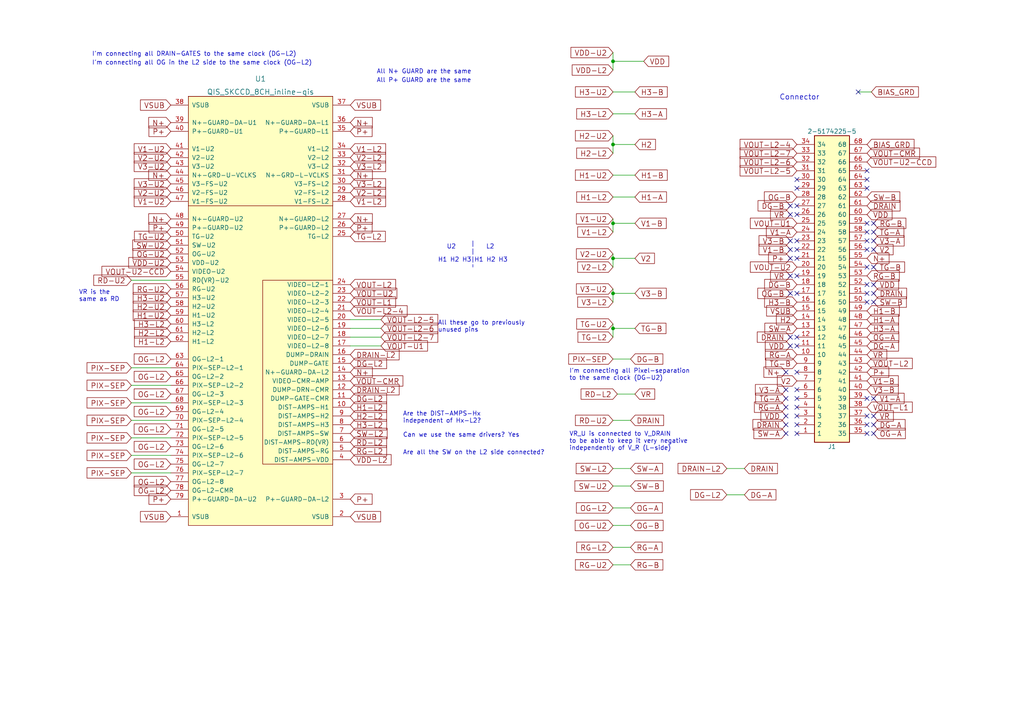
<source format=kicad_sch>
(kicad_sch (version 20211123) (generator eeschema)
  (paper "A4")
  (lib_symbols
    (symbol "pitchA_flex-rescue:2-5174225-5" (pin_names (offset 0.762))
      (property "Reference" "J" (at 10.16 3.81 0))
      (property "Value" "pitchA_flex-rescue_2-5174225-5" (at 10.16 -87.63 0))
      (symbol "2-5174225-5_0_0"
        (rectangle (start 5.08 2.54) (end 15.24 -86.36) (stroke (width 0.254)) (fill (type background)))
        (pin unspecified line (at 0 0 0) (length 5.08) (name "1") (number "1"))
        (pin unspecified line (at 0 -22.86 0) (length 5.08) (name "10") (number "10"))
        (pin unspecified line (at 0 -25.4 0) (length 5.08) (name "11") (number "11"))
        (pin unspecified line (at 0 -27.94 0) (length 5.08) (name "12") (number "12"))
        (pin unspecified line (at 0 -30.48 0) (length 5.08) (name "13") (number "13"))
        (pin unspecified line (at 0 -33.02 0) (length 5.08) (name "14") (number "14"))
        (pin unspecified line (at 0 -35.56 0) (length 5.08) (name "15") (number "15"))
        (pin unspecified line (at 0 -38.1 0) (length 5.08) (name "16") (number "16"))
        (pin unspecified line (at 0 -40.64 0) (length 5.08) (name "17") (number "17"))
        (pin unspecified line (at 0 -43.18 0) (length 5.08) (name "18") (number "18"))
        (pin unspecified line (at 0 -45.72 0) (length 5.08) (name "19") (number "19"))
        (pin unspecified line (at 0 -2.54 0) (length 5.08) (name "2") (number "2"))
        (pin unspecified line (at 0 -48.26 0) (length 5.08) (name "20") (number "20"))
        (pin unspecified line (at 0 -50.8 0) (length 5.08) (name "21") (number "21"))
        (pin unspecified line (at 0 -53.34 0) (length 5.08) (name "22") (number "22"))
        (pin unspecified line (at 0 -55.88 0) (length 5.08) (name "23") (number "23"))
        (pin unspecified line (at 0 -58.42 0) (length 5.08) (name "24") (number "24"))
        (pin unspecified line (at 0 -60.96 0) (length 5.08) (name "25") (number "25"))
        (pin unspecified line (at 0 -63.5 0) (length 5.08) (name "26") (number "26"))
        (pin unspecified line (at 0 -66.04 0) (length 5.08) (name "27") (number "27"))
        (pin unspecified line (at 0 -68.58 0) (length 5.08) (name "28") (number "28"))
        (pin unspecified line (at 0 -71.12 0) (length 5.08) (name "29") (number "29"))
        (pin unspecified line (at 0 -5.08 0) (length 5.08) (name "3") (number "3"))
        (pin unspecified line (at 0 -73.66 0) (length 5.08) (name "30") (number "30"))
        (pin unspecified line (at 0 -76.2 0) (length 5.08) (name "31") (number "31"))
        (pin unspecified line (at 0 -78.74 0) (length 5.08) (name "32") (number "32"))
        (pin unspecified line (at 0 -81.28 0) (length 5.08) (name "33") (number "33"))
        (pin unspecified line (at 0 -83.82 0) (length 5.08) (name "34") (number "34"))
        (pin unspecified line (at 20.32 0 180) (length 5.08) (name "35") (number "35"))
        (pin unspecified line (at 20.32 -2.54 180) (length 5.08) (name "36") (number "36"))
        (pin unspecified line (at 20.32 -5.08 180) (length 5.08) (name "37") (number "37"))
        (pin unspecified line (at 20.32 -7.62 180) (length 5.08) (name "38") (number "38"))
        (pin unspecified line (at 20.32 -10.16 180) (length 5.08) (name "39") (number "39"))
        (pin unspecified line (at 0 -7.62 0) (length 5.08) (name "4") (number "4"))
        (pin unspecified line (at 20.32 -12.7 180) (length 5.08) (name "40") (number "40"))
        (pin unspecified line (at 20.32 -15.24 180) (length 5.08) (name "41") (number "41"))
        (pin unspecified line (at 20.32 -17.78 180) (length 5.08) (name "42") (number "42"))
        (pin unspecified line (at 20.32 -20.32 180) (length 5.08) (name "43") (number "43"))
        (pin unspecified line (at 20.32 -22.86 180) (length 5.08) (name "44") (number "44"))
        (pin unspecified line (at 20.32 -25.4 180) (length 5.08) (name "45") (number "45"))
        (pin unspecified line (at 20.32 -27.94 180) (length 5.08) (name "46") (number "46"))
        (pin unspecified line (at 20.32 -30.48 180) (length 5.08) (name "47") (number "47"))
        (pin unspecified line (at 20.32 -33.02 180) (length 5.08) (name "48") (number "48"))
        (pin unspecified line (at 20.32 -35.56 180) (length 5.08) (name "49") (number "49"))
        (pin unspecified line (at 0 -10.16 0) (length 5.08) (name "5") (number "5"))
        (pin unspecified line (at 20.32 -38.1 180) (length 5.08) (name "50") (number "50"))
        (pin unspecified line (at 20.32 -40.64 180) (length 5.08) (name "51") (number "51"))
        (pin unspecified line (at 20.32 -43.18 180) (length 5.08) (name "52") (number "52"))
        (pin unspecified line (at 20.32 -45.72 180) (length 5.08) (name "53") (number "53"))
        (pin unspecified line (at 20.32 -48.26 180) (length 5.08) (name "54") (number "54"))
        (pin unspecified line (at 20.32 -50.8 180) (length 5.08) (name "55") (number "55"))
        (pin unspecified line (at 20.32 -53.34 180) (length 5.08) (name "56") (number "56"))
        (pin unspecified line (at 20.32 -55.88 180) (length 5.08) (name "57") (number "57"))
        (pin unspecified line (at 20.32 -58.42 180) (length 5.08) (name "58") (number "58"))
        (pin unspecified line (at 20.32 -60.96 180) (length 5.08) (name "59") (number "59"))
        (pin unspecified line (at 0 -12.7 0) (length 5.08) (name "6") (number "6"))
        (pin unspecified line (at 20.32 -63.5 180) (length 5.08) (name "60") (number "60"))
        (pin unspecified line (at 20.32 -66.04 180) (length 5.08) (name "61") (number "61"))
        (pin unspecified line (at 20.32 -68.58 180) (length 5.08) (name "62") (number "62"))
        (pin unspecified line (at 20.32 -71.12 180) (length 5.08) (name "63") (number "63"))
        (pin unspecified line (at 20.32 -73.66 180) (length 5.08) (name "64") (number "64"))
        (pin unspecified line (at 20.32 -76.2 180) (length 5.08) (name "65") (number "65"))
        (pin unspecified line (at 20.32 -78.74 180) (length 5.08) (name "66") (number "66"))
        (pin unspecified line (at 20.32 -81.28 180) (length 5.08) (name "67") (number "67"))
        (pin unspecified line (at 20.32 -83.82 180) (length 5.08) (name "68") (number "68"))
        (pin unspecified line (at 0 -15.24 0) (length 5.08) (name "7") (number "7"))
        (pin unspecified line (at 0 -17.78 0) (length 5.08) (name "8") (number "8"))
        (pin unspecified line (at 0 -20.32 0) (length 5.08) (name "9") (number "9"))
      )
    )
    (symbol "skLib:QIS_SKCCD_8CH_inline-qis" (pin_names (offset 1.016))
      (property "Reference" "U" (at -1.27 -58.42 0))
      (property "Value" "QIS_SKCCD_8CH_inline-qis" (at 12.7 -53.34 0))
      (symbol "QIS_SKCCD_8CH_inline-qis_1_1"
        (rectangle (start -19.05 73.66) (end 22.86 -50.8) (fill (type background)))
        (rectangle (start -19.05 73.66) (end 22.86 41.91))
        (rectangle (start 22.86 -33.02) (end 2.54 20.32))
        (pin bidirectional line (at -24.13 -48.26 0) (length 5.08) (name "VSUB") (number "1"))
        (pin bidirectional line (at 27.94 -16.51 180) (length 5.08) (name "DIST-AMPS-H1") (number "10"))
        (pin bidirectional line (at 27.94 -13.97 180) (length 5.08) (name "DUMP-GATE-CMR") (number "11"))
        (pin bidirectional line (at 27.94 -11.43 180) (length 5.08) (name "DUMP-DRN-CMR") (number "12"))
        (pin bidirectional line (at 27.94 -8.89 180) (length 5.08) (name "VIDEO-CMR-AMP") (number "13"))
        (pin bidirectional line (at 27.94 -6.35 180) (length 5.08) (name "N+-GUARD-DA-L2") (number "14"))
        (pin bidirectional line (at 27.94 -3.81 180) (length 5.08) (name "DUMP-GATE") (number "15"))
        (pin bidirectional line (at 27.94 -1.27 180) (length 5.08) (name "DUMP-DRAIN") (number "16"))
        (pin bidirectional line (at 27.94 1.27 180) (length 5.08) (name "VIDEO-L2-8") (number "17"))
        (pin bidirectional line (at 27.94 3.81 180) (length 5.08) (name "VIDEO-L2-7") (number "18"))
        (pin bidirectional line (at 27.94 6.35 180) (length 5.08) (name "VIDEO-L2-6") (number "19"))
        (pin bidirectional line (at 27.94 -48.26 180) (length 5.08) (name "VSUB") (number "2"))
        (pin bidirectional line (at 27.94 8.89 180) (length 5.08) (name "VIDEO-L2-5") (number "20"))
        (pin bidirectional line (at 27.94 11.43 180) (length 5.08) (name "VIDEO-L2-4") (number "21"))
        (pin bidirectional line (at 27.94 13.97 180) (length 5.08) (name "VIDEO-L2-3") (number "22"))
        (pin bidirectional line (at 27.94 16.51 180) (length 5.08) (name "VIDEO-L2-2") (number "23"))
        (pin bidirectional line (at 27.94 19.05 180) (length 5.08) (name "VIDEO-L2-1") (number "24"))
        (pin bidirectional line (at 27.94 33.02 180) (length 5.08) (name "TG-L2") (number "25"))
        (pin bidirectional line (at 27.94 35.56 180) (length 5.08) (name "P+-GUARD-L2") (number "26"))
        (pin bidirectional line (at 27.94 38.1 180) (length 5.08) (name "N+-GUARD-L2") (number "27"))
        (pin bidirectional line (at 27.94 43.18 180) (length 5.08) (name "V1-FS-L2") (number "28"))
        (pin bidirectional line (at 27.94 45.72 180) (length 5.08) (name "V2-FS-L2") (number "29"))
        (pin bidirectional line (at 27.94 -43.18 180) (length 5.08) (name "P+-GUARD-DA-L2") (number "3"))
        (pin bidirectional line (at 27.94 48.26 180) (length 5.08) (name "V3-FS-L2") (number "30"))
        (pin bidirectional line (at 27.94 50.8 180) (length 5.08) (name "N+-GRD-L-VCLKS") (number "31"))
        (pin bidirectional line (at 27.94 53.34 180) (length 5.08) (name "V3-L2") (number "32"))
        (pin bidirectional line (at 27.94 55.88 180) (length 5.08) (name "V2-L2") (number "33"))
        (pin bidirectional line (at 27.94 58.42 180) (length 5.08) (name "V1-L2") (number "34"))
        (pin bidirectional line (at 27.94 63.5 180) (length 5.08) (name "P+-GUARD-L1") (number "35"))
        (pin bidirectional line (at 27.94 66.04 180) (length 5.08) (name "N+-GUARD-DA-L1") (number "36"))
        (pin bidirectional line (at 27.94 71.12 180) (length 5.08) (name "VSUB") (number "37"))
        (pin bidirectional line (at -24.13 71.12 0) (length 5.08) (name "VSUB") (number "38"))
        (pin bidirectional line (at -24.13 66.04 0) (length 5.08) (name "N+-GUARD-DA-U1") (number "39"))
        (pin bidirectional line (at 27.94 -31.75 180) (length 5.08) (name "DIST-AMPS-VDD") (number "4"))
        (pin bidirectional line (at -24.13 63.5 0) (length 5.08) (name "P+-GUARD-U1") (number "40"))
        (pin bidirectional line (at -24.13 58.42 0) (length 5.08) (name "V1-U2") (number "41"))
        (pin bidirectional line (at -24.13 55.88 0) (length 5.08) (name "V2-U2") (number "42"))
        (pin bidirectional line (at -24.13 53.34 0) (length 5.08) (name "V3-U2") (number "43"))
        (pin bidirectional line (at -24.13 50.8 0) (length 5.08) (name "N+-GRD-U-VCLKS") (number "44"))
        (pin bidirectional line (at -24.13 48.26 0) (length 5.08) (name "V3-FS-U2") (number "45"))
        (pin bidirectional line (at -24.13 45.72 0) (length 5.08) (name "V2-FS-U2") (number "46"))
        (pin bidirectional line (at -24.13 43.18 0) (length 5.08) (name "V1-FS-U2") (number "47"))
        (pin bidirectional line (at -24.13 38.1 0) (length 5.08) (name "N+-GUARD-U2") (number "48"))
        (pin bidirectional line (at -24.13 35.56 0) (length 5.08) (name "P+-GUARD-U2") (number "49"))
        (pin bidirectional line (at 27.94 -29.21 180) (length 5.08) (name "DIST-AMPS-RG") (number "5"))
        (pin bidirectional line (at -24.13 33.02 0) (length 5.08) (name "TG-U2") (number "50"))
        (pin bidirectional line (at -24.13 30.48 0) (length 5.08) (name "SW-U2") (number "51"))
        (pin bidirectional line (at -24.13 27.94 0) (length 5.08) (name "OG-U2") (number "52"))
        (pin bidirectional line (at -24.13 25.4 0) (length 5.08) (name "VDD-U2") (number "53"))
        (pin bidirectional line (at -24.13 22.86 0) (length 5.08) (name "VIDEO-U2") (number "54"))
        (pin bidirectional line (at -24.13 20.32 0) (length 5.08) (name "RD(VR)-U2") (number "55"))
        (pin bidirectional line (at -24.13 17.78 0) (length 5.08) (name "RG-U2") (number "56"))
        (pin bidirectional line (at -24.13 15.24 0) (length 5.08) (name "H3-U2") (number "57"))
        (pin bidirectional line (at -24.13 12.7 0) (length 5.08) (name "H2-U2") (number "58"))
        (pin bidirectional line (at -24.13 10.16 0) (length 5.08) (name "H1-U2") (number "59"))
        (pin bidirectional line (at 27.94 -26.67 180) (length 5.08) (name "DIST-AMPS-RD(VR)") (number "6"))
        (pin bidirectional line (at -24.13 7.62 0) (length 5.08) (name "H3-L2") (number "60"))
        (pin bidirectional line (at -24.13 5.08 0) (length 5.08) (name "H2-L2") (number "61"))
        (pin bidirectional line (at -24.13 2.54 0) (length 5.08) (name "H1-L2") (number "62"))
        (pin bidirectional line (at -24.13 -2.54 0) (length 5.08) (name "OG-L2-1") (number "63"))
        (pin bidirectional line (at -24.13 -5.08 0) (length 5.08) (name "PIX-SEP-L2-1") (number "64"))
        (pin bidirectional line (at -24.13 -7.62 0) (length 5.08) (name "OG-L2-2") (number "65"))
        (pin bidirectional line (at -24.13 -10.16 0) (length 5.08) (name "PIX-SEP-L2-2") (number "66"))
        (pin bidirectional line (at -24.13 -12.7 0) (length 5.08) (name "OG-L2-3") (number "67"))
        (pin bidirectional line (at -24.13 -15.24 0) (length 5.08) (name "PIX-SEP-L2-3") (number "68"))
        (pin bidirectional line (at -24.13 -17.78 0) (length 5.08) (name "OG-L2-4") (number "69"))
        (pin bidirectional line (at 27.94 -24.13 180) (length 5.08) (name "DIST-AMPS-SW") (number "7"))
        (pin bidirectional line (at -24.13 -20.32 0) (length 5.08) (name "PIX-SEP-L2-4") (number "70"))
        (pin bidirectional line (at -24.13 -22.86 0) (length 5.08) (name "OG-L2-5") (number "71"))
        (pin bidirectional line (at -24.13 -25.4 0) (length 5.08) (name "PIX-SEP-L2-5") (number "72"))
        (pin bidirectional line (at -24.13 -27.94 0) (length 5.08) (name "OG-L2-6") (number "73"))
        (pin bidirectional line (at -24.13 -30.48 0) (length 5.08) (name "PIX-SEP-L2-6") (number "74"))
        (pin bidirectional line (at -24.13 -33.02 0) (length 5.08) (name "OG-L2-7") (number "75"))
        (pin bidirectional line (at -24.13 -35.56 0) (length 5.08) (name "PIX-SEP-L2-7") (number "76"))
        (pin bidirectional line (at -24.13 -38.1 0) (length 5.08) (name "OG-L2-8") (number "77"))
        (pin bidirectional line (at -24.13 -40.64 0) (length 5.08) (name "OG-L2-CMR") (number "78"))
        (pin bidirectional line (at -24.13 -43.18 0) (length 5.08) (name "P+-GUARD-DA-U2") (number "79"))
        (pin bidirectional line (at 27.94 -21.59 180) (length 5.08) (name "DIST-AMPS-H3") (number "8"))
        (pin bidirectional line (at 27.94 -19.05 180) (length 5.08) (name "DIST-AMPS-H2") (number "9"))
      )
    )
  )
  (junction (at 177.8 74.93))
  (junction (at 177.8 95.25))
  (junction (at 177.8 41.91))
  (junction (at 177.8 17.78))
  (junction (at 177.8 64.77))
  (junction (at 177.8 85.09))
  (no_connect (at 231.14 125.73))
  (no_connect (at 231.14 123.19))
  (no_connect (at 231.14 120.65))
  (no_connect (at 227.965 113.03))
  (no_connect (at 227.965 115.57))
  (no_connect (at 227.965 118.11))
  (no_connect (at 227.965 120.65))
  (no_connect (at 227.965 123.19))
  (no_connect (at 227.965 125.73))
  (no_connect (at 231.14 113.03))
  (no_connect (at 231.14 115.57))
  (no_connect (at 231.14 118.11))
  (no_connect (at 231.14 54.61))
  (no_connect (at 251.46 54.61))
  (no_connect (at 248.92 26.67))
  (no_connect (at 253.365 77.47))
  (no_connect (at 251.46 77.47))
  (no_connect (at 231.14 72.39))
  (no_connect (at 231.14 80.01))
  (no_connect (at 231.14 74.93))
  (no_connect (at 231.14 69.85))
  (no_connect (at 251.46 52.07))
  (no_connect (at 253.365 72.39))
  (no_connect (at 251.46 69.85))
  (no_connect (at 251.46 72.39))
  (no_connect (at 253.365 69.85))
  (no_connect (at 251.46 64.77))
  (no_connect (at 251.46 67.31))
  (no_connect (at 253.365 64.77))
  (no_connect (at 253.365 67.31))
  (no_connect (at 231.14 107.95))
  (no_connect (at 227.965 107.95))
  (no_connect (at 229.235 97.79))
  (no_connect (at 229.235 100.33))
  (no_connect (at 231.14 100.33))
  (no_connect (at 231.14 97.79))
  (no_connect (at 251.46 85.09))
  (no_connect (at 251.46 87.63))
  (no_connect (at 253.365 87.63))
  (no_connect (at 253.365 85.09))
  (no_connect (at 251.46 82.55))
  (no_connect (at 253.365 82.55))
  (no_connect (at 231.14 52.07))
  (no_connect (at 251.46 49.53))
  (no_connect (at 229.235 59.69))
  (no_connect (at 229.235 62.23))
  (no_connect (at 231.14 62.23))
  (no_connect (at 231.14 59.69))
  (no_connect (at 229.235 72.39))
  (no_connect (at 229.235 74.93))
  (no_connect (at 229.235 80.01))
  (no_connect (at 229.235 69.85))
  (no_connect (at 253.365 125.73))
  (no_connect (at 251.46 120.65))
  (no_connect (at 251.46 123.19))
  (no_connect (at 251.46 125.73))
  (no_connect (at 253.365 120.65))
  (no_connect (at 253.365 123.19))
  (no_connect (at 231.14 85.09))
  (no_connect (at 229.235 85.09))
  (no_connect (at 253.365 115.57))
  (no_connect (at 251.46 115.57))
  (wire (pts (xy 49.53 137.16) (xy 38.1 137.16)))
  (wire (pts (xy 177.8 93.98) (xy 177.8 95.25)))
  (wire (pts (xy 177.8 39.37) (xy 177.8 41.91)))
  (wire (pts (xy 177.8 95.25) (xy 184.15 95.25)))
  (wire (pts (xy 101.6 100.33) (xy 110.49 100.33)))
  (wire (pts (xy 177.8 41.91) (xy 177.8 44.45)))
  (wire (pts (xy 177.8 147.32) (xy 182.88 147.32)))
  (wire (pts (xy 110.49 97.79) (xy 101.6 97.79)))
  (wire (pts (xy 177.8 17.78) (xy 177.8 20.32)))
  (wire (pts (xy 182.88 104.14) (xy 177.8 104.14)))
  (wire (pts (xy 177.8 74.93) (xy 177.8 77.47)))
  (wire (pts (xy 177.8 85.09) (xy 177.8 87.63)))
  (wire (pts (xy 49.53 127) (xy 38.1 127)))
  (wire (pts (xy 177.8 73.66) (xy 177.8 74.93)))
  (wire (pts (xy 177.8 17.78) (xy 186.69 17.78)))
  (wire (pts (xy 101.6 95.25) (xy 110.49 95.25)))
  (wire (pts (xy 177.8 26.67) (xy 184.15 26.67)))
  (wire (pts (xy 177.8 85.09) (xy 184.15 85.09)))
  (wire (pts (xy 177.8 74.93) (xy 184.15 74.93)))
  (wire (pts (xy 177.8 121.92) (xy 182.88 121.92)))
  (wire (pts (xy 210.82 143.51) (xy 215.9 143.51)))
  (wire (pts (xy 177.8 64.77) (xy 177.8 67.31)))
  (wire (pts (xy 49.53 121.92) (xy 38.1 121.92)))
  (wire (pts (xy 177.8 41.91) (xy 184.15 41.91)))
  (wire (pts (xy 177.8 135.89) (xy 182.88 135.89)))
  (wire (pts (xy 177.8 83.82) (xy 177.8 85.09)))
  (wire (pts (xy 110.49 92.71) (xy 101.6 92.71)))
  (wire (pts (xy 49.53 132.08) (xy 38.1 132.08)))
  (wire (pts (xy 177.8 63.5) (xy 177.8 64.77)))
  (wire (pts (xy 248.92 26.67) (xy 252.73 26.67)))
  (wire (pts (xy 177.8 158.75) (xy 182.88 158.75)))
  (wire (pts (xy 177.8 50.8) (xy 184.15 50.8)))
  (wire (pts (xy 177.8 163.83) (xy 182.88 163.83)))
  (wire (pts (xy 177.8 140.97) (xy 182.88 140.97)))
  (wire (pts (xy 177.8 95.25) (xy 177.8 97.79)))
  (wire (pts (xy 177.8 152.4) (xy 182.88 152.4)))
  (wire (pts (xy 177.8 33.02) (xy 184.15 33.02)))
  (wire (pts (xy 177.8 64.77) (xy 184.15 64.77)))
  (wire (pts (xy 49.53 111.76) (xy 38.1 111.76)))
  (wire (pts (xy 49.53 116.84) (xy 38.1 116.84)))
  (polyline (pts (xy 137.16 69.85) (xy 137.16 77.47)))
  (wire (pts (xy 177.8 57.15) (xy 184.15 57.15)))
  (wire (pts (xy 179.07 114.3) (xy 184.15 114.3)))
  (wire (pts (xy 49.53 106.68) (xy 38.1 106.68)))
  (wire (pts (xy 38.1 81.28) (xy 49.53 81.28)))
  (wire (pts (xy 177.8 15.24) (xy 177.8 17.78)))
  (wire (pts (xy 210.82 135.89) (xy 215.9 135.89)))
  (text "I'm connecting all OG in the L2 side to the same clock (OG-L2)" (at 26.67 19.05 0) (effects (font (size 1.27 1.27)) (justify left bottom)))
  (text "I'm connecting all DRAIN-GATES to the same clock (DG-L2)" (at 26.67 16.51 0) (effects (font (size 1.27 1.27)) (justify left bottom)))
  (text "All N+ GUARD are the same" (at 109.22 21.59 0) (effects (font (size 1.27 1.27)) (justify left bottom)))
  (text "All these go to previously \nunused pins" (at 127 96.52 0) (effects (font (size 1.27 1.27)) (justify left bottom)))
  (text "Connector" (at 226.06 29.21 0) (effects (font (size 1.524 1.524)) (justify left bottom)))
  (text "H1 H2 H3 H1 H2 H3" (at 127 76.2 0) (effects (font (size 1.27 1.27)) (justify left bottom)))
  (text "L2" (at 140.97 72.39 0) (effects (font (size 1.27 1.27)) (justify left bottom)))
  (text "Are all the SW on the L2 side connected?" (at 116.84 132.08 0) (effects (font (size 1.27 1.27)) (justify left bottom)))
  (text "I'm connecting all Pixel-separation \nto the same clock (DG-U2)" (at 165.1 110.49 0) (effects (font (size 1.27 1.27)) (justify left bottom)))
  (text "U2" (at 129.54 72.39 0) (effects (font (size 1.27 1.27)) (justify left bottom)))
  (text "All P+ GUARD are the same" (at 109.22 24.13 0) (effects (font (size 1.27 1.27)) (justify left bottom)))
  (text "VR is the\nsame as RD" (at 22.86 87.63 0) (effects (font (size 1.27 1.27)) (justify left bottom)))
  (text "Are the DIST-AMPS-Hx \nindependent of Hx-L2?\n\nCan we use the same drivers? Yes" (at 116.84 127 0) (effects (font (size 1.27 1.27)) (justify left bottom)))
  (text "VR_U is connected to V_DRAIN \nto be able to keep it very negative\nindependently of V_R (L-side)" (at 165.1 130.81 0) (effects (font (size 1.27 1.27)) (justify left bottom)))
  (global_label "OG-U2" (shape input) (at 49.53 73.66 180) (effects (font (size 1.524 1.524))) (property "Intersheet References" "${INTERSHEET_REFS}" (effects hide)))
  (global_label "H3-A" (shape input) (at 184.15 33.02 0) (effects (font (size 1.524 1.524))) (property "Intersheet References" "${INTERSHEET_REFS}" (effects hide)))
  (global_label "DRAIN" (shape input) (at 253.365 85.09 0) (effects (font (size 1.524 1.524))) (property "Intersheet References" "${INTERSHEET_REFS}" (effects hide)))
  (global_label "V3-B" (shape input) (at 229.235 69.85 180) (effects (font (size 1.524 1.524))) (property "Intersheet References" "${INTERSHEET_REFS}" (effects hide)))
  (global_label "H1-U2" (shape input) (at 49.53 91.44 180) (effects (font (size 1.524 1.524))) (property "Intersheet References" "${INTERSHEET_REFS}" (effects hide)))
  (global_label "DRAIN-L2" (shape input) (at 101.6 102.87 0) (effects (font (size 1.524 1.524))) (property "Intersheet References" "${INTERSHEET_REFS}" (effects hide)))
  (global_label "DRAIN" (shape input) (at 182.88 121.92 0) (effects (font (size 1.524 1.524))) (property "Intersheet References" "${INTERSHEET_REFS}" (effects hide)))
  (global_label "V1-U2" (shape input) (at 177.8 63.5 180) (effects (font (size 1.524 1.524))) (property "Intersheet References" "${INTERSHEET_REFS}" (effects hide)))
  (global_label "H2-U2" (shape input) (at 49.53 88.9 180) (effects (font (size 1.524 1.524))) (property "Intersheet References" "${INTERSHEET_REFS}" (effects hide)))
  (global_label "PIX-SEP" (shape input) (at 38.1 106.68 180) (effects (font (size 1.524 1.524))) (property "Intersheet References" "${INTERSHEET_REFS}" (effects hide)))
  (global_label "SW-B" (shape input) (at 253.365 87.63 0) (effects (font (size 1.524 1.524))) (property "Intersheet References" "${INTERSHEET_REFS}" (effects hide)))
  (global_label "VOUT-L2-5" (shape input) (at 110.49 92.71 0) (effects (font (size 1.524 1.524))) (property "Intersheet References" "${INTERSHEET_REFS}" (effects hide)))
  (global_label "DG-A" (shape input) (at 215.9 143.51 0) (effects (font (size 1.524 1.524))) (property "Intersheet References" "${INTERSHEET_REFS}" (effects hide)))
  (global_label "VOUT-U2-CCD" (shape input) (at 251.46 46.99 0) (effects (font (size 1.524 1.524))) (property "Intersheet References" "${INTERSHEET_REFS}" (effects hide)))
  (global_label "N+" (shape input) (at 49.53 50.8 180) (effects (font (size 1.524 1.524))) (property "Intersheet References" "${INTERSHEET_REFS}" (effects hide)))
  (global_label "N+" (shape input) (at 101.6 50.8 0) (effects (font (size 1.524 1.524))) (property "Intersheet References" "${INTERSHEET_REFS}" (effects hide)))
  (global_label "PIX-SEP" (shape input) (at 38.1 132.08 180) (effects (font (size 1.524 1.524))) (property "Intersheet References" "${INTERSHEET_REFS}" (effects hide)))
  (global_label "VOUT-L1" (shape input) (at 101.6 87.63 0) (effects (font (size 1.524 1.524))) (property "Intersheet References" "${INTERSHEET_REFS}" (effects hide)))
  (global_label "VOUT-CMR" (shape input) (at 251.46 44.45 0) (effects (font (size 1.524 1.524))) (property "Intersheet References" "${INTERSHEET_REFS}" (effects hide)))
  (global_label "V2-L2" (shape input) (at 101.6 45.72 0) (effects (font (size 1.524 1.524))) (property "Intersheet References" "${INTERSHEET_REFS}" (effects hide)))
  (global_label "V2" (shape input) (at 253.365 72.39 0) (effects (font (size 1.524 1.524))) (property "Intersheet References" "${INTERSHEET_REFS}" (effects hide)))
  (global_label "DRAIN" (shape input) (at 215.9 135.89 0) (effects (font (size 1.524 1.524))) (property "Intersheet References" "${INTERSHEET_REFS}" (effects hide)))
  (global_label "VOUT-U1" (shape input) (at 231.14 64.77 180) (effects (font (size 1.524 1.524))) (property "Intersheet References" "${INTERSHEET_REFS}" (effects hide)))
  (global_label "DG-B" (shape input) (at 182.88 104.14 0) (effects (font (size 1.524 1.524))) (property "Intersheet References" "${INTERSHEET_REFS}" (effects hide)))
  (global_label "OG-L2" (shape input) (at 49.53 129.54 180) (effects (font (size 1.524 1.524))) (property "Intersheet References" "${INTERSHEET_REFS}" (effects hide)))
  (global_label "OG-L2" (shape input) (at 49.53 104.14 180) (effects (font (size 1.524 1.524))) (property "Intersheet References" "${INTERSHEET_REFS}" (effects hide)))
  (global_label "V2-U2" (shape input) (at 177.8 73.66 180) (effects (font (size 1.524 1.524))) (property "Intersheet References" "${INTERSHEET_REFS}" (effects hide)))
  (global_label "OG-L2" (shape input) (at 49.53 119.38 180) (effects (font (size 1.524 1.524))) (property "Intersheet References" "${INTERSHEET_REFS}" (effects hide)))
  (global_label "V1-B" (shape input) (at 184.15 64.77 0) (effects (font (size 1.524 1.524))) (property "Intersheet References" "${INTERSHEET_REFS}" (effects hide)))
  (global_label "VSUB" (shape input) (at 49.53 149.86 180) (effects (font (size 1.524 1.524))) (property "Intersheet References" "${INTERSHEET_REFS}" (effects hide)))
  (global_label "H2" (shape input) (at 231.14 92.71 180) (effects (font (size 1.524 1.524))) (property "Intersheet References" "${INTERSHEET_REFS}" (effects hide)))
  (global_label "RG-B" (shape input) (at 251.46 80.01 0) (effects (font (size 1.524 1.524))) (property "Intersheet References" "${INTERSHEET_REFS}" (effects hide)))
  (global_label "SW-L2" (shape input) (at 101.6 125.73 0) (effects (font (size 1.524 1.524))) (property "Intersheet References" "${INTERSHEET_REFS}" (effects hide)))
  (global_label "TG-U2" (shape input) (at 49.53 68.58 180) (effects (font (size 1.524 1.524))) (property "Intersheet References" "${INTERSHEET_REFS}" (effects hide)))
  (global_label "OG-U2" (shape input) (at 177.8 152.4 180) (effects (font (size 1.524 1.524))) (property "Intersheet References" "${INTERSHEET_REFS}" (effects hide)))
  (global_label "RD-U2" (shape input) (at 177.8 121.92 180) (effects (font (size 1.524 1.524))) (property "Intersheet References" "${INTERSHEET_REFS}" (effects hide)))
  (global_label "V3-A" (shape input) (at 227.965 113.03 180) (effects (font (size 1.524 1.524))) (property "Intersheet References" "${INTERSHEET_REFS}" (effects hide)))
  (global_label "P+" (shape input) (at 101.6 66.04 0) (effects (font (size 1.524 1.524))) (property "Intersheet References" "${INTERSHEET_REFS}" (effects hide)))
  (global_label "RG-B" (shape input) (at 253.365 64.77 0) (effects (font (size 1.524 1.524))) (property "Intersheet References" "${INTERSHEET_REFS}" (effects hide)))
  (global_label "VOUT-L2-4" (shape input) (at 231.14 41.91 180) (effects (font (size 1.524 1.524))) (property "Intersheet References" "${INTERSHEET_REFS}" (effects hide)))
  (global_label "VOUT-L2-4" (shape input) (at 101.6 90.17 0) (effects (font (size 1.524 1.524))) (property "Intersheet References" "${INTERSHEET_REFS}" (effects hide)))
  (global_label "SW-A" (shape input) (at 227.965 125.73 180) (effects (font (size 1.524 1.524))) (property "Intersheet References" "${INTERSHEET_REFS}" (effects hide)))
  (global_label "V2-U2" (shape input) (at 49.53 45.72 180) (effects (font (size 1.524 1.524))) (property "Intersheet References" "${INTERSHEET_REFS}" (effects hide)))
  (global_label "V1-A" (shape input) (at 231.14 67.31 180) (effects (font (size 1.524 1.524))) (property "Intersheet References" "${INTERSHEET_REFS}" (effects hide)))
  (global_label "VR" (shape input) (at 251.46 102.87 0) (effects (font (size 1.524 1.524))) (property "Intersheet References" "${INTERSHEET_REFS}" (effects hide)))
  (global_label "VOUT-U1" (shape input) (at 110.49 100.33 0) (effects (font (size 1.524 1.524))) (property "Intersheet References" "${INTERSHEET_REFS}" (effects hide)))
  (global_label "RD-U2" (shape input) (at 38.1 81.28 180) (effects (font (size 1.524 1.524))) (property "Intersheet References" "${INTERSHEET_REFS}" (effects hide)))
  (global_label "VDD" (shape input) (at 227.965 120.65 180) (effects (font (size 1.524 1.524))) (property "Intersheet References" "${INTERSHEET_REFS}" (effects hide)))
  (global_label "OG-L2" (shape input) (at 177.8 147.32 180) (effects (font (size 1.524 1.524))) (property "Intersheet References" "${INTERSHEET_REFS}" (effects hide)))
  (global_label "P+" (shape input) (at 251.46 107.95 0) (effects (font (size 1.524 1.524))) (property "Intersheet References" "${INTERSHEET_REFS}" (effects hide)))
  (global_label "VOUT-L2-5" (shape input) (at 231.14 49.53 180) (effects (font (size 1.524 1.524))) (property "Intersheet References" "${INTERSHEET_REFS}" (effects hide)))
  (global_label "V3-L2" (shape input) (at 101.6 53.34 0) (effects (font (size 1.524 1.524))) (property "Intersheet References" "${INTERSHEET_REFS}" (effects hide)))
  (global_label "RG-A" (shape input) (at 227.965 118.11 180) (effects (font (size 1.524 1.524))) (property "Intersheet References" "${INTERSHEET_REFS}" (effects hide)))
  (global_label "VR" (shape input) (at 229.235 80.01 180) (effects (font (size 1.524 1.524))) (property "Intersheet References" "${INTERSHEET_REFS}" (effects hide)))
  (global_label "V2-L2" (shape input) (at 177.8 77.47 180) (effects (font (size 1.524 1.524))) (property "Intersheet References" "${INTERSHEET_REFS}" (effects hide)))
  (global_label "TG-L2" (shape input) (at 101.6 68.58 0) (effects (font (size 1.524 1.524))) (property "Intersheet References" "${INTERSHEET_REFS}" (effects hide)))
  (global_label "OG-A" (shape input) (at 253.365 125.73 0) (effects (font (size 1.524 1.524))) (property "Intersheet References" "${INTERSHEET_REFS}" (effects hide)))
  (global_label "TG-A" (shape input) (at 227.965 115.57 180) (effects (font (size 1.524 1.524))) (property "Intersheet References" "${INTERSHEET_REFS}" (effects hide)))
  (global_label "BIAS_GRD" (shape input) (at 251.46 41.91 0) (effects (font (size 1.524 1.524))) (property "Intersheet References" "${INTERSHEET_REFS}" (effects hide)))
  (global_label "H3-U2" (shape input) (at 49.53 86.36 180) (effects (font (size 1.524 1.524))) (property "Intersheet References" "${INTERSHEET_REFS}" (effects hide)))
  (global_label "OG-L2" (shape input) (at 49.53 124.46 180) (effects (font (size 1.524 1.524))) (property "Intersheet References" "${INTERSHEET_REFS}" (effects hide)))
  (global_label "OG-L2" (shape input) (at 49.53 139.7 180) (effects (font (size 1.524 1.524))) (property "Intersheet References" "${INTERSHEET_REFS}" (effects hide)))
  (global_label "OG-L2" (shape input) (at 49.53 142.24 180) (effects (font (size 1.524 1.524))) (property "Intersheet References" "${INTERSHEET_REFS}" (effects hide)))
  (global_label "DG-B" (shape input) (at 229.235 59.69 180) (effects (font (size 1.524 1.524))) (property "Intersheet References" "${INTERSHEET_REFS}" (effects hide)))
  (global_label "V2-L2" (shape input) (at 101.6 55.88 0) (effects (font (size 1.524 1.524))) (property "Intersheet References" "${INTERSHEET_REFS}" (effects hide)))
  (global_label "H3-L2" (shape input) (at 49.53 93.98 180) (effects (font (size 1.524 1.524))) (property "Intersheet References" "${INTERSHEET_REFS}" (effects hide)))
  (global_label "PIX-SEP" (shape input) (at 38.1 127 180) (effects (font (size 1.524 1.524))) (property "Intersheet References" "${INTERSHEET_REFS}" (effects hide)))
  (global_label "V3-U2" (shape input) (at 177.8 83.82 180) (effects (font (size 1.524 1.524))) (property "Intersheet References" "${INTERSHEET_REFS}" (effects hide)))
  (global_label "VDD" (shape input) (at 251.46 62.23 0) (effects (font (size 1.524 1.524))) (property "Intersheet References" "${INTERSHEET_REFS}" (effects hide)))
  (global_label "H3-B" (shape input) (at 231.14 87.63 180) (effects (font (size 1.524 1.524))) (property "Intersheet References" "${INTERSHEET_REFS}" (effects hide)))
  (global_label "OG-B" (shape input) (at 231.14 57.15 180) (effects (font (size 1.524 1.524))) (property "Intersheet References" "${INTERSHEET_REFS}" (effects hide)))
  (global_label "OG-L2" (shape input) (at 49.53 109.22 180) (effects (font (size 1.524 1.524))) (property "Intersheet References" "${INTERSHEET_REFS}" (effects hide)))
  (global_label "H1-U2" (shape input) (at 177.8 50.8 180) (effects (font (size 1.524 1.524))) (property "Intersheet References" "${INTERSHEET_REFS}" (effects hide)))
  (global_label "OG-B" (shape input) (at 182.88 152.4 0) (effects (font (size 1.524 1.524))) (property "Intersheet References" "${INTERSHEET_REFS}" (effects hide)))
  (global_label "V1-A" (shape input) (at 253.365 115.57 0) (effects (font (size 1.524 1.524))) (property "Intersheet References" "${INTERSHEET_REFS}" (effects hide)))
  (global_label "H1-L2" (shape input) (at 177.8 57.15 180) (effects (font (size 1.524 1.524))) (property "Intersheet References" "${INTERSHEET_REFS}" (effects hide)))
  (global_label "DG-L2" (shape input) (at 210.82 143.51 180) (effects (font (size 1.524 1.524))) (property "Intersheet References" "${INTERSHEET_REFS}" (effects hide)))
  (global_label "P+" (shape input) (at 49.53 144.78 180) (effects (font (size 1.524 1.524))) (property "Intersheet References" "${INTERSHEET_REFS}" (effects hide)))
  (global_label "DRAIN-L2" (shape input) (at 101.6 113.03 0) (effects (font (size 1.524 1.524))) (property "Intersheet References" "${INTERSHEET_REFS}" (effects hide)))
  (global_label "VDD-L2" (shape input) (at 101.6 133.35 0) (effects (font (size 1.524 1.524))) (property "Intersheet References" "${INTERSHEET_REFS}" (effects hide)))
  (global_label "H3-L2" (shape input) (at 101.6 123.19 0) (effects (font (size 1.524 1.524))) (property "Intersheet References" "${INTERSHEET_REFS}" (effects hide)))
  (global_label "TG-B" (shape input) (at 231.14 105.41 180) (effects (font (size 1.524 1.524))) (property "Intersheet References" "${INTERSHEET_REFS}" (effects hide)))
  (global_label "PIX-SEP" (shape input) (at 38.1 116.84 180) (effects (font (size 1.524 1.524))) (property "Intersheet References" "${INTERSHEET_REFS}" (effects hide)))
  (global_label "VOUT-L2-7" (shape input) (at 110.49 97.79 0) (effects (font (size 1.524 1.524))) (property "Intersheet References" "${INTERSHEET_REFS}" (effects hide)))
  (global_label "SW-U2" (shape input) (at 49.53 71.12 180) (effects (font (size 1.524 1.524))) (property "Intersheet References" "${INTERSHEET_REFS}" (effects hide)))
  (global_label "VSUB" (shape input) (at 231.14 90.17 180) (effects (font (size 1.524 1.524))) (property "Intersheet References" "${INTERSHEET_REFS}" (effects hide)))
  (global_label "SW-B" (shape input) (at 182.88 140.97 0) (effects (font (size 1.524 1.524))) (property "Intersheet References" "${INTERSHEET_REFS}" (effects hide)))
  (global_label "SW-A" (shape input) (at 182.88 135.89 0) (effects (font (size 1.524 1.524))) (property "Intersheet References" "${INTERSHEET_REFS}" (effects hide)))
  (global_label "N+" (shape input) (at 101.6 107.95 0) (effects (font (size 1.524 1.524))) (property "Intersheet References" "${INTERSHEET_REFS}" (effects hide)))
  (global_label "OG-B" (shape input) (at 229.235 85.09 180) (effects (font (size 1.524 1.524))) (property "Intersheet References" "${INTERSHEET_REFS}" (effects hide)))
  (global_label "V2-U2" (shape input) (at 49.53 55.88 180) (effects (font (size 1.524 1.524))) (property "Intersheet References" "${INTERSHEET_REFS}" (effects hide)))
  (global_label "H2-L2" (shape input) (at 101.6 120.65 0) (effects (font (size 1.524 1.524))) (property "Intersheet References" "${INTERSHEET_REFS}" (effects hide)))
  (global_label "PIX-SEP" (shape input) (at 177.8 104.14 180) (effects (font (size 1.524 1.524))) (property "Intersheet References" "${INTERSHEET_REFS}" (effects hide)))
  (global_label "V1-U2" (shape input) (at 49.53 58.42 180) (effects (font (size 1.524 1.524))) (property "Intersheet References" "${INTERSHEET_REFS}" (effects hide)))
  (global_label "RD-L2" (shape input) (at 179.07 114.3 180) (effects (font (size 1.524 1.524))) (property "Intersheet References" "${INTERSHEET_REFS}" (effects hide)))
  (global_label "P+" (shape input) (at 101.6 38.1 0) (effects (font (size 1.524 1.524))) (property "Intersheet References" "${INTERSHEET_REFS}" (effects hide)))
  (global_label "TG-L2" (shape input) (at 177.8 97.79 180) (effects (font (size 1.524 1.524))) (property "Intersheet References" "${INTERSHEET_REFS}" (effects hide)))
  (global_label "P+" (shape input) (at 49.53 38.1 180) (effects (font (size 1.524 1.524))) (property "Intersheet References" "${INTERSHEET_REFS}" (effects hide)))
  (global_label "DG-B" (shape input) (at 231.14 82.55 180) (effects (font (size 1.524 1.524))) (property "Intersheet References" "${INTERSHEET_REFS}" (effects hide)))
  (global_label "VOUT-U2" (shape input) (at 231.14 77.47 180) (effects (font (size 1.524 1.524))) (property "Intersheet References" "${INTERSHEET_REFS}" (effects hide)))
  (global_label "SW-B" (shape input) (at 251.46 57.15 0) (effects (font (size 1.524 1.524))) (property "Intersheet References" "${INTERSHEET_REFS}" (effects hide)))
  (global_label "RG-U2" (shape input) (at 49.53 83.82 180) (effects (font (size 1.524 1.524))) (property "Intersheet References" "${INTERSHEET_REFS}" (effects hide)))
  (global_label "VOUT-L2" (shape input) (at 251.46 105.41 0) (effects (font (size 1.524 1.524))) (property "Intersheet References" "${INTERSHEET_REFS}" (effects hide)))
  (global_label "H1-B" (shape input) (at 184.15 50.8 0) (effects (font (size 1.524 1.524))) (property "Intersheet References" "${INTERSHEET_REFS}" (effects hide)))
  (global_label "H1-A" (shape input) (at 251.46 92.71 0) (effects (font (size 1.524 1.524))) (property "Intersheet References" "${INTERSHEET_REFS}" (effects hide)))
  (global_label "VDD" (shape input) (at 253.365 82.55 0) (effects (font (size 1.524 1.524))) (property "Intersheet References" "${INTERSHEET_REFS}" (effects hide)))
  (global_label "DRAIN-L2" (shape input) (at 210.82 135.89 180) (effects (font (size 1.524 1.524))) (property "Intersheet References" "${INTERSHEET_REFS}" (effects hide)))
  (global_label "VR" (shape input) (at 184.15 114.3 0) (effects (font (size 1.524 1.524))) (property "Intersheet References" "${INTERSHEET_REFS}" (effects hide)))
  (global_label "VOUT-L1" (shape input) (at 251.46 118.11 0) (effects (font (size 1.524 1.524))) (property "Intersheet References" "${INTERSHEET_REFS}" (effects hide)))
  (global_label "SW-U2" (shape input) (at 177.8 140.97 180) (effects (font (size 1.524 1.524))) (property "Intersheet References" "${INTERSHEET_REFS}" (effects hide)))
  (global_label "VDD-U2" (shape input) (at 49.53 76.2 180) (effects (font (size 1.524 1.524))) (property "Intersheet References" "${INTERSHEET_REFS}" (effects hide)))
  (global_label "H3-L2" (shape input) (at 177.8 33.02 180) (effects (font (size 1.524 1.524))) (property "Intersheet References" "${INTERSHEET_REFS}" (effects hide)))
  (global_label "V1-L2" (shape input) (at 101.6 58.42 0) (effects (font (size 1.524 1.524))) (property "Intersheet References" "${INTERSHEET_REFS}" (effects hide)))
  (global_label "VR" (shape input) (at 253.365 120.65 0) (effects (font (size 1.524 1.524))) (property "Intersheet References" "${INTERSHEET_REFS}" (effects hide)))
  (global_label "V3-U2" (shape input) (at 49.53 53.34 180) (effects (font (size 1.524 1.524))) (property "Intersheet References" "${INTERSHEET_REFS}" (effects hide)))
  (global_label "PIX-SEP" (shape input) (at 38.1 111.76 180) (effects (font (size 1.524 1.524))) (property "Intersheet References" "${INTERSHEET_REFS}" (effects hide)))
  (global_label "VSUB" (shape input) (at 49.53 30.48 180) (effects (font (size 1.524 1.524))) (property "Intersheet References" "${INTERSHEET_REFS}" (effects hide)))
  (global_label "VOUT-L2-6" (shape input) (at 110.49 95.25 0) (effects (font (size 1.524 1.524))) (property "Intersheet References" "${INTERSHEET_REFS}" (effects hide)))
  (global_label "VR" (shape input) (at 229.235 62.23 180) (effects (font (size 1.524 1.524))) (property "Intersheet References" "${INTERSHEET_REFS}" (effects hide)))
  (global_label "V1-U2" (shape input) (at 49.53 43.18 180) (effects (font (size 1.524 1.524))) (property "Intersheet References" "${INTERSHEET_REFS}" (effects hide)))
  (global_label "VSUB" (shape input) (at 101.6 149.86 0) (effects (font (size 1.524 1.524))) (property "Intersheet References" "${INTERSHEET_REFS}" (effects hide)))
  (global_label "P+" (shape input) (at 229.235 74.93 180) (effects (font (size 1.524 1.524))) (property "Intersheet References" "${INTERSHEET_REFS}" (effects hide)))
  (global_label "VDD" (shape input) (at 186.69 17.78 0) (effects (font (size 1.524 1.524))) (property "Intersheet References" "${INTERSHEET_REFS}" (effects hide)))
  (global_label "DG-L2" (shape input) (at 101.6 105.41 0) (effects (font (size 1.524 1.524))) (property "Intersheet References" "${INTERSHEET_REFS}" (effects hide)))
  (global_label "OG-L2" (shape input) (at 49.53 134.62 180) (effects (font (size 1.524 1.524))) (property "Intersheet References" "${INTERSHEET_REFS}" (effects hide)))
  (global_label "H3-A" (shape input) (at 251.46 95.25 0) (effects (font (size 1.524 1.524))) (property "Intersheet References" "${INTERSHEET_REFS}" (effects hide)))
  (global_label "VDD-U2" (shape input) (at 177.8 15.24 180) (effects (font (size 1.524 1.524))) (property "Intersheet References" "${INTERSHEET_REFS}" (effects hide)))
  (global_label "H2-L2" (shape input) (at 49.53 96.52 180) (effects (font (size 1.524 1.524))) (property "Intersheet References" "${INTERSHEET_REFS}" (effects hide)))
  (global_label "V3-U2" (shape input) (at 49.53 48.26 180) (effects (font (size 1.524 1.524))) (property "Intersheet References" "${INTERSHEET_REFS}" (effects hide)))
  (global_label "VDD-L2" (shape input) (at 177.8 20.32 180) (effects (font (size 1.524 1.524))) (property "Intersheet References" "${INTERSHEET_REFS}" (effects hide)))
  (global_label "RG-A" (shape input) (at 182.88 158.75 0) (effects (font (size 1.524 1.524))) (property "Intersheet References" "${INTERSHEET_REFS}" (effects hide)))
  (global_label "DRAIN" (shape input) (at 251.46 59.69 0) (effects (font (size 1.524 1.524))) (property "Intersheet References" "${INTERSHEET_REFS}" (effects hide)))
  (global_label "H3-U2" (shape input) (at 177.8 26.67 180) (effects (font (size 1.524 1.524))) (property "Intersheet References" "${INTERSHEET_REFS}" (effects hide)))
  (global_label "P+" (shape input) (at 101.6 144.78 0) (effects (font (size 1.524 1.524))) (property "Intersheet References" "${INTERSHEET_REFS}" (effects hide)))
  (global_label "H2-L2" (shape input) (at 177.8 44.45 180) (effects (font (size 1.524 1.524))) (property "Intersheet References" "${INTERSHEET_REFS}" (effects hide)))
  (global_label "OG-A" (shape input) (at 182.88 147.32 0) (effects (font (size 1.524 1.524))) (property "Intersheet References" "${INTERSHEET_REFS}" (effects hide)))
  (global_label "DRAIN" (shape input) (at 227.965 123.19 180) (effects (font (size 1.524 1.524))) (property "Intersheet References" "${INTERSHEET_REFS}" (effects hide)))
  (global_label "RG-U2" (shape input) (at 177.8 163.83 180) (effects (font (size 1.524 1.524))) (property "Intersheet References" "${INTERSHEET_REFS}" (effects hide)))
  (global_label "RD-L2" (shape input) (at 101.6 128.27 0) (effects (font (size 1.524 1.524))) (property "Intersheet References" "${INTERSHEET_REFS}" (effects hide)))
  (global_label "OG-A" (shape input) (at 251.46 97.79 0) (effects (font (size 1.524 1.524))) (property "Intersheet References" "${INTERSHEET_REFS}" (effects hide)))
  (global_label "H1-A" (shape input) (at 184.15 57.15 0) (effects (font (size 1.524 1.524))) (property "Intersheet References" "${INTERSHEET_REFS}" (effects hide)))
  (global_label "VOUT-U2" (shape input) (at 101.6 85.09 0) (effects (font (size 1.524 1.524))) (property "Intersheet References" "${INTERSHEET_REFS}" (effects hide)))
  (global_label "V2" (shape input) (at 231.14 110.49 180) (effects (font (size 1.524 1.524))) (property "Intersheet References" "${INTERSHEET_REFS}" (effects hide)))
  (global_label "RG-L2" (shape input) (at 177.8 158.75 180) (effects (font (size 1.524 1.524))) (property "Intersheet References" "${INTERSHEET_REFS}" (effects hide)))
  (global_label "P+" (shape input) (at 49.53 66.04 180) (effects (font (size 1.524 1.524))) (property "Intersheet References" "${INTERSHEET_REFS}" (effects hide)))
  (global_label "H3-B" (shape input) (at 184.15 26.67 0) (effects (font (size 1.524 1.524))) (property "Intersheet References" "${INTERSHEET_REFS}" (effects hide)))
  (global_label "OG-L2" (shape input) (at 49.53 114.3 180) (effects (font (size 1.524 1.524))) (property "Intersheet References" "${INTERSHEET_REFS}" (effects hide)))
  (global_label "H2-U2" (shape input) (at 177.8 39.37 180) (effects (font (size 1.524 1.524))) (property "Intersheet References" "${INTERSHEET_REFS}" (effects hide)))
  (global_label "H1-L2" (shape input) (at 49.53 99.06 180) (effects (font (size 1.524 1.524))) (property "Intersheet References" "${INTERSHEET_REFS}" (effects hide)))
  (global_label "SW-L2" (shape input) (at 177.8 135.89 180) (effects (font (size 1.524 1.524))) (property "Intersheet References" "${INTERSHEET_REFS}" (effects hide)))
  (global_label "N+" (shape input) (at 49.53 35.56 180) (effects (font (size 1.524 1.524))) (property "Intersheet References" "${INTERSHEET_REFS}" (effects hide)))
  (global_label "H1-B" (shape input) (at 251.46 90.17 0) (effects (font (size 1.524 1.524))) (property "Intersheet References" "${INTERSHEET_REFS}" (effects hide)))
  (global_label "VOUT-CMR" (shape input) (at 101.6 110.49 0) (effects (font (size 1.524 1.524))) (property "Intersheet References" "${INTERSHEET_REFS}" (effects hide)))
  (global_label "N+" (shape input) (at 101.6 35.56 0) (effects (font (size 1.524 1.524))) (property "Intersheet References" "${INTERSHEET_REFS}" (effects hide)))
  (global_label "DG-A" (shape input) (at 251.46 100.33 0) (effects (font (size 1.524 1.524))) (property "Intersheet References" "${INTERSHEET_REFS}" (effects hide)))
  (global_label "V1-L2" (shape input) (at 177.8 67.31 180) (effects (font (size 1.524 1.524))) (property "Intersheet References" "${INTERSHEET_REFS}" (effects hide)))
  (global_label "V3-B" (shape input) (at 184.15 85.09 0) (effects (font (size 1.524 1.524))) (property "Intersheet References" "${INTERSHEET_REFS}" (effects hide)))
  (global_label "V2" (shape input) (at 184.15 74.93 0) (effects (font (size 1.524 1.524))) (property "Intersheet References" "${INTERSHEET_REFS}" (effects hide)))
  (global_label "V1-B" (shape input) (at 229.235 72.39 180) (effects (font (size 1.524 1.524))) (property "Intersheet References" "${INTERSHEET_REFS}" (effects hide)))
  (global_label "V3-B" (shape input) (at 251.46 113.03 0) (effects (font (size 1.524 1.524))) (property "Intersheet References" "${INTERSHEET_REFS}" (effects hide)))
  (global_label "N+" (shape input) (at 101.6 63.5 0) (effects (font (size 1.524 1.524))) (property "Intersheet References" "${INTERSHEET_REFS}" (effects hide)))
  (global_label "N+" (shape input) (at 227.965 107.95 180) (effects (font (size 1.524 1.524))) (property "Intersheet References" "${INTERSHEET_REFS}" (effects hide)))
  (global_label "H2" (shape input) (at 184.15 41.91 0) (effects (font (size 1.524 1.524))) (property "Intersheet References" "${INTERSHEET_REFS}" (effects hide)))
  (global_label "TG-B" (shape input) (at 184.15 95.25 0) (effects (font (size 1.524 1.524))) (property "Intersheet References" "${INTERSHEET_REFS}" (effects hide)))
  (global_label "RG-B" (shape input) (at 182.88 163.83 0) (effects (font (size 1.524 1.524))) (property "Intersheet References" "${INTERSHEET_REFS}" (effects hide)))
  (global_label "SW-A" (shape input) (at 231.14 95.25 180) (effects (font (size 1.524 1.524))) (property "Intersheet References" "${INTERSHEET_REFS}" (effects hide)))
  (global_label "N+" (shape input) (at 49.53 63.5 180) (effects (font (size 1.524 1.524))) (property "Intersheet References" "${INTERSHEET_REFS}" (effects hide)))
  (global_label "TG-A" (shape input) (at 253.365 67.31 0) (effects (font (size 1.524 1.524))) (property "Intersheet References" "${INTERSHEET_REFS}" (effects hide)))
  (global_label "BIAS_GRD" (shape input) (at 252.73 26.67 0) (effects (font (size 1.524 1.524))) (property "Intersheet References" "${INTERSHEET_REFS}" (effects hide)))
  (global_label "VOUT-L2-7" (shape input) (at 231.14 44.45 180) (effects (font (size 1.524 1.524))) (property "Intersheet References" "${INTERSHEET_REFS}" (effects hide)))
  (global_label "TG-B" (shape input) (at 253.365 77.47 0) (effects (font (size 1.524 1.524))) (property "Intersheet References" "${INTERSHEET_REFS}" (effects hide)))
  (global_label "VOUT-L2" (shape input) (at 101.6 82.55 0) (effects (font (size 1.524 1.524))) (property "Intersheet References" "${INTERSHEET_REFS}" (effects hide)))
  (global_label "V3-L2" (shape input) (at 177.8 87.63 180) (effects (font (size 1.524 1.524))) (property "Intersheet References" "${INTERSHEET_REFS}" (effects hide)))
  (global_label "V3-L2" (shape input) (at 101.6 48.26 0) (effects (font (size 1.524 1.524))) (property "Intersheet References" "${INTERSHEET_REFS}" (effects hide)))
  (global_label "VOUT-U2-CCD" (shape input) (at 49.53 78.74 180) (effects (font (size 1.524 1.524))) (property "Intersheet References" "${INTERSHEET_REFS}" (effects hide)))
  (global_label "PIX-SEP" (shape input) (at 38.1 137.16 180) (effects (font (size 1.524 1.524))) (property "Intersheet References" "${INTERSHEET_REFS}" (effects hide)))
  (global_label "RG-L2" (shape input) (at 101.6 130.81 0) (effects (font (size 1.524 1.524))) (property "Intersheet References" "${INTERSHEET_REFS}" (effects hide)))
  (global_label "H1-L2" (shape input) (at 101.6 118.11 0) (effects (font (size 1.524 1.524))) (property "Intersheet References" "${INTERSHEET_REFS}" (effects hide)))
  (global_label "V1-L2" (shape input) (at 101.6 43.18 0) (effects (font (size 1.524 1.524))) (property "Intersheet References" "${INTERSHEET_REFS}" (effects hide)))
  (global_label "RG-A" (shape input) (at 231.14 102.87 180) (effects (font (size 1.524 1.524))) (property "Intersheet References" "${INTERSHEET_REFS}" (effects hide)))
  (global_label "DG-A" (shape input) (at 253.365 123.19 0) (effects (font (size 1.524 1.524))) (property "Intersheet References" "${INTERSHEET_REFS}" (effects hide)))
  (global_label "VDD" (shape input) (at 229.235 100.33 180) (effects (font (size 1.524 1.524))) (property "Intersheet References" "${INTERSHEET_REFS}" (effects hide)))
  (global_label "DRAIN" (shape input) (at 229.235 97.79 180) (effects (font (size 1.524 1.524))) (property "Intersheet References" "${INTERSHEET_REFS}" (effects hide)))
  (global_label "V1-B" (shape input) (at 251.46 110.49 0) (effects (font (size 1.524 1.524))) (property "Intersheet References" "${INTERSHEET_REFS}" (effects hide)))
  (global_label "VSUB" (shape input) (at 101.6 30.48 0) (effects (font (size 1.524 1.524))) (property "Intersheet References" "${INTERSHEET_REFS}" (effects hide)))
  (global_label "DG-L2" (shape input) (at 101.6 115.57 0) (effects (font (size 1.524 1.524))) (property "Intersheet References" "${INTERSHEET_REFS}" (effects hide)))
  (global_label "VOUT-L2-6" (shape input) (at 231.14 46.99 180) (effects (font (size 1.524 1.524))) (property "Intersheet References" "${INTERSHEET_REFS}" (effects hide)))
  (global_label "PIX-SEP" (shape input) (at 38.1 121.92 180) (effects (font (size 1.524 1.524))) (property "Intersheet References" "${INTERSHEET_REFS}" (effects hide)))
  (global_label "V3-A" (shape input) (at 253.365 69.85 0) (effects (font (size 1.524 1.524))) (property "Intersheet References" "${INTERSHEET_REFS}" (effects hide)))
  (global_label "TG-U2" (shape input) (at 177.8 93.98 180) (effects (font (size 1.524 1.524))) (property "Intersheet References" "${INTERSHEET_REFS}" (effects hide)))
  (global_label "N+" (shape input) (at 251.46 74.93 0) (effects (font (size 1.524 1.524))) (property "Intersheet References" "${INTERSHEET_REFS}" (effects hide)))
  (symbol (lib_id "pitchA_flex-rescue:2-5174225-5") (at 231.14 125.73 0) (mirror x) (unit 1)
    (property "Reference" "J1" (at 241.3 129.54 0))
    (property "Value" "2-5174225-5" (at 241.3 38.1 0))
    (property "Footprint" "skLib:2-5174339-5" (effects hide))
    (property "Datasheet" "http://www.te.com/commerce/DocumentDelivery/DDEController?Action=showdoc&amp;DocId=Customer Drawing5174225C1pdfEnglishENG_CD_5174225_C1.pdf2-5174225-5" (effects hide))
    (property "Description" "AMP - TE CONNECTIVITY - 2-5174225-5 - CONNECTOR, PLUG, 1.27MM, 68WAY" (effects hide))
    (property "Supplier_Name" "RS" (effects hide))
    (property "Manufacturer_Name" "AMP - TE CONNECTIVITY" (effects hide))
    (property "Manufacturer_Part_Number" "2-5174225-5" (effects hide))
  )
  (symbol (lib_id "skLib:QIS_SKCCD_8CH_inline-qis") (at 73.66 101.6 0) (unit 1)
    (property "Reference" "U1" (at 75.565 22.86 0) (effects (font (size 1.524 1.524))))
    (property "Value" "QIS_SKCCD_8CH_inline-qis" (at 75.565 26.67 0) (effects (font (size 1.524 1.524))))
    (property "Footprint" "skLib:QIS_8ch_inline" (effects hide))
  )
)
</source>
